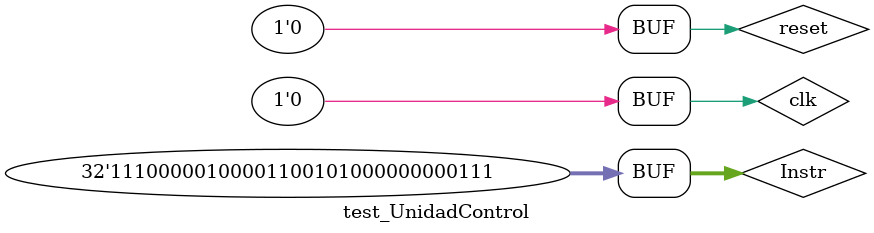
<source format=sv>
module test_UnidadControl();

logic clk;
logic reset;
logic [31:0] Instr;
logic [3:0] ALUFlags;

logic [1:0] RegSrc;
logic RegWrite;
logic [1:0] ImmSrc;
logic ALUSrc;
logic [1:0] ALUControl;
logic MemWrite;
logic MemtoReg;
logic PCSrc;

unidadControl UC( clk, 
						 reset,
						 Instr[31:12],
						 ALUFlags[3:0],
						 RegSrc[1:0],
						 RegWrite,
						 ImmSrc[1:0],
						 ALUSrc,
						 ALUControl[1:0],
						 MemWrite, 
						 MemtoReg,
						 PCSrc);
						 
						 
initial begin
	reset = 0;
	#10;
	Instr=32'hE0865007;
	#10;

end
always
begin
clk <= 1; # 5; clk <= 0; # 5;
end

endmodule

</source>
